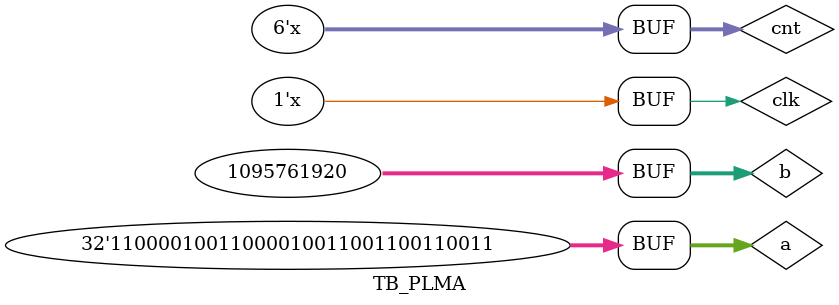
<source format=v>
`timescale 1ns / 1ps


module TB_PLMA;

	// Inputs
	reg clk;
	reg [5:0] cnt;
	reg [31:0] a;
	reg [31:0] b;

	// Outputs
	wire [31:0] result;
	wire overflow;
	
	wire same_exp;

	// Instantiate the Unit Under Test (UUT)
	SB_PLMA_ARITHMETIC uut (
		.clk(clk), 
		.cnt(cnt), 
		.a(a), 
		.b(b), 
		.result(result), 
		.overflow(overflow)
	);

	initial begin
		// Initialize Inputs
		clk = 0;
		cnt = 0;
	//	a = 36'h042613333; //24.3
	//	b = 36'h0c1500000; //-5
		a = 36'h0c2613333; //-24.3
		b = 36'h041500000; //5

		// Wait 100 ns for global reset to finish
		#100;
      
		// Add stimulus here

	end
   always #50 clk=~clk;
	always #100 cnt = cnt+1;
endmodule


</source>
